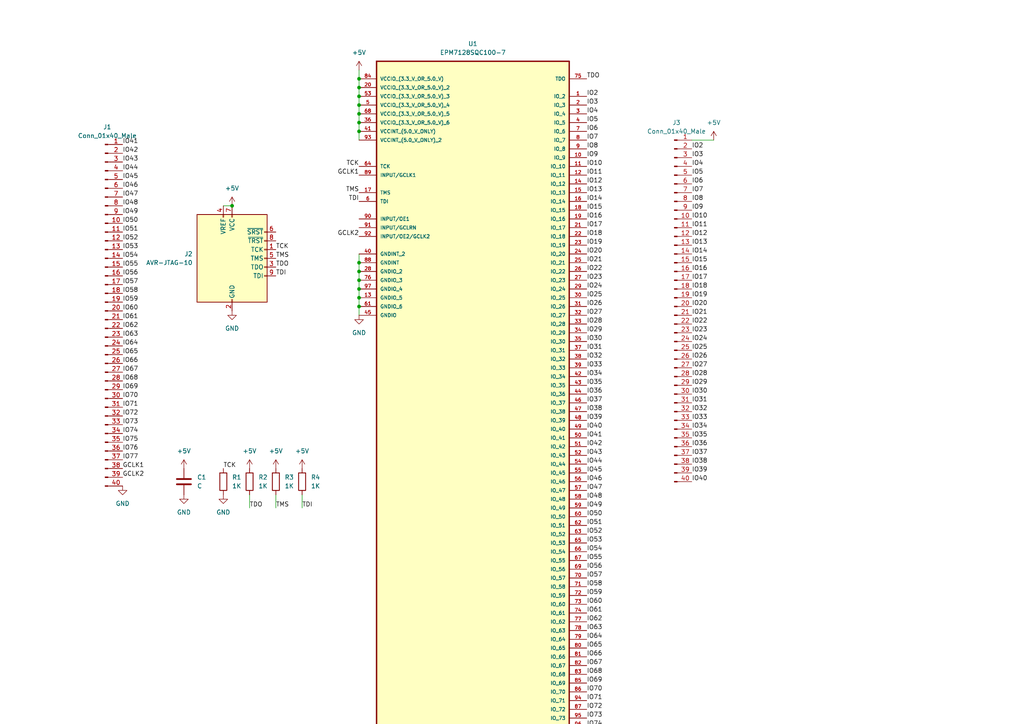
<source format=kicad_sch>
(kicad_sch (version 20211123) (generator eeschema)
  (paper "A4")
  (lib_symbols
    (symbol "Connector:AVR-JTAG-10" (pin_names (offset 1.016))
      (property "Reference" "J" (at -8.89 13.97 0))
      (property "Value" "AVR-JTAG-10" (at 1.27 13.97 0))
      (symbol "AVR-JTAG-10_0_1"
        (rectangle (start -2.667 12.7) (end -2.413 11.938))
        (rectangle (start -0.127 -11.938) (end 0.127 -12.7))
        (rectangle (start -0.127 12.7) (end 0.127 11.938))
        (rectangle (start 10.16 -4.953) (end 9.398 -5.207))
        (rectangle (start 10.16 -2.413) (end 9.398 -2.667))
        (rectangle (start 10.16 0.127) (end 9.398 -0.127))
        (rectangle (start 10.16 2.667) (end 9.398 2.413))
        (rectangle (start 10.16 5.207) (end 9.398 4.953))
        (rectangle (start 10.16 7.747) (end 9.398 7.493))
        (rectangle (start 10.16 12.7) (end -10.16 -12.7) (stroke (width 0.254)) (fill (type background)))
      )
      (symbol "AVR-JTAG-10_1_1"
        (pin passive line (at 12.7 2.54 180) (length 2.54) (name "TCK") (number "1"))
        (pin passive line (at 0 -15.24 90) (length 2.54) hide (name "GND") (number "10"))
        (pin passive line (at 0 -15.24 90) (length 2.54) (name "GND") (number "2"))
        (pin passive line (at 12.7 -2.54 180) (length 2.54) (name "TDO") (number "3"))
        (pin passive line (at -2.54 15.24 270) (length 2.54) (name "VREF") (number "4"))
        (pin passive line (at 12.7 0 180) (length 2.54) (name "TMS") (number "5"))
        (pin passive line (at 12.7 7.62 180) (length 2.54) (name "~{SRST}") (number "6"))
        (pin passive line (at 0 15.24 270) (length 2.54) (name "VCC") (number "7"))
        (pin passive line (at 12.7 5.08 180) (length 2.54) (name "~{TRST}") (number "8"))
        (pin passive line (at 12.7 -5.08 180) (length 2.54) (name "TDI") (number "9"))
      )
    )
    (symbol "Connector:Conn_01x40_Male" (pin_names (offset 1.016) hide)
      (property "Reference" "J" (at 0 50.8 0))
      (property "Value" "Conn_01x40_Male" (at 0 -53.34 0))
      (symbol "Conn_01x40_Male_1_1"
        (polyline (pts (xy 1.27 -50.8) (xy 0.8636 -50.8)) (stroke (width 0.1524)))
        (polyline (pts (xy 1.27 -48.26) (xy 0.8636 -48.26)) (stroke (width 0.1524)))
        (polyline (pts (xy 1.27 -45.72) (xy 0.8636 -45.72)) (stroke (width 0.1524)))
        (polyline (pts (xy 1.27 -43.18) (xy 0.8636 -43.18)) (stroke (width 0.1524)))
        (polyline (pts (xy 1.27 -40.64) (xy 0.8636 -40.64)) (stroke (width 0.1524)))
        (polyline (pts (xy 1.27 -38.1) (xy 0.8636 -38.1)) (stroke (width 0.1524)))
        (polyline (pts (xy 1.27 -35.56) (xy 0.8636 -35.56)) (stroke (width 0.1524)))
        (polyline (pts (xy 1.27 -33.02) (xy 0.8636 -33.02)) (stroke (width 0.1524)))
        (polyline (pts (xy 1.27 -30.48) (xy 0.8636 -30.48)) (stroke (width 0.1524)))
        (polyline (pts (xy 1.27 -27.94) (xy 0.8636 -27.94)) (stroke (width 0.1524)))
        (polyline (pts (xy 1.27 -25.4) (xy 0.8636 -25.4)) (stroke (width 0.1524)))
        (polyline (pts (xy 1.27 -22.86) (xy 0.8636 -22.86)) (stroke (width 0.1524)))
        (polyline (pts (xy 1.27 -20.32) (xy 0.8636 -20.32)) (stroke (width 0.1524)))
        (polyline (pts (xy 1.27 -17.78) (xy 0.8636 -17.78)) (stroke (width 0.1524)))
        (polyline (pts (xy 1.27 -15.24) (xy 0.8636 -15.24)) (stroke (width 0.1524)))
        (polyline (pts (xy 1.27 -12.7) (xy 0.8636 -12.7)) (stroke (width 0.1524)))
        (polyline (pts (xy 1.27 -10.16) (xy 0.8636 -10.16)) (stroke (width 0.1524)))
        (polyline (pts (xy 1.27 -7.62) (xy 0.8636 -7.62)) (stroke (width 0.1524)))
        (polyline (pts (xy 1.27 -5.08) (xy 0.8636 -5.08)) (stroke (width 0.1524)))
        (polyline (pts (xy 1.27 -2.54) (xy 0.8636 -2.54)) (stroke (width 0.1524)))
        (polyline (pts (xy 1.27 0) (xy 0.8636 0)) (stroke (width 0.1524)))
        (polyline (pts (xy 1.27 2.54) (xy 0.8636 2.54)) (stroke (width 0.1524)))
        (polyline (pts (xy 1.27 5.08) (xy 0.8636 5.08)) (stroke (width 0.1524)))
        (polyline (pts (xy 1.27 7.62) (xy 0.8636 7.62)) (stroke (width 0.1524)))
        (polyline (pts (xy 1.27 10.16) (xy 0.8636 10.16)) (stroke (width 0.1524)))
        (polyline (pts (xy 1.27 12.7) (xy 0.8636 12.7)) (stroke (width 0.1524)))
        (polyline (pts (xy 1.27 15.24) (xy 0.8636 15.24)) (stroke (width 0.1524)))
        (polyline (pts (xy 1.27 17.78) (xy 0.8636 17.78)) (stroke (width 0.1524)))
        (polyline (pts (xy 1.27 20.32) (xy 0.8636 20.32)) (stroke (width 0.1524)))
        (polyline (pts (xy 1.27 22.86) (xy 0.8636 22.86)) (stroke (width 0.1524)))
        (polyline (pts (xy 1.27 25.4) (xy 0.8636 25.4)) (stroke (width 0.1524)))
        (polyline (pts (xy 1.27 27.94) (xy 0.8636 27.94)) (stroke (width 0.1524)))
        (polyline (pts (xy 1.27 30.48) (xy 0.8636 30.48)) (stroke (width 0.1524)))
        (polyline (pts (xy 1.27 33.02) (xy 0.8636 33.02)) (stroke (width 0.1524)))
        (polyline (pts (xy 1.27 35.56) (xy 0.8636 35.56)) (stroke (width 0.1524)))
        (polyline (pts (xy 1.27 38.1) (xy 0.8636 38.1)) (stroke (width 0.1524)))
        (polyline (pts (xy 1.27 40.64) (xy 0.8636 40.64)) (stroke (width 0.1524)))
        (polyline (pts (xy 1.27 43.18) (xy 0.8636 43.18)) (stroke (width 0.1524)))
        (polyline (pts (xy 1.27 45.72) (xy 0.8636 45.72)) (stroke (width 0.1524)))
        (polyline (pts (xy 1.27 48.26) (xy 0.8636 48.26)) (stroke (width 0.1524)))
        (rectangle (start 0.8636 -50.673) (end 0 -50.927) (stroke (width 0.1524)) (fill (type outline)))
        (rectangle (start 0.8636 -48.133) (end 0 -48.387) (stroke (width 0.1524)) (fill (type outline)))
        (rectangle (start 0.8636 -45.593) (end 0 -45.847) (stroke (width 0.1524)) (fill (type outline)))
        (rectangle (start 0.8636 -43.053) (end 0 -43.307) (stroke (width 0.1524)) (fill (type outline)))
        (rectangle (start 0.8636 -40.513) (end 0 -40.767) (stroke (width 0.1524)) (fill (type outline)))
        (rectangle (start 0.8636 -37.973) (end 0 -38.227) (stroke (width 0.1524)) (fill (type outline)))
        (rectangle (start 0.8636 -35.433) (end 0 -35.687) (stroke (width 0.1524)) (fill (type outline)))
        (rectangle (start 0.8636 -32.893) (end 0 -33.147) (stroke (width 0.1524)) (fill (type outline)))
        (rectangle (start 0.8636 -30.353) (end 0 -30.607) (stroke (width 0.1524)) (fill (type outline)))
        (rectangle (start 0.8636 -27.813) (end 0 -28.067) (stroke (width 0.1524)) (fill (type outline)))
        (rectangle (start 0.8636 -25.273) (end 0 -25.527) (stroke (width 0.1524)) (fill (type outline)))
        (rectangle (start 0.8636 -22.733) (end 0 -22.987) (stroke (width 0.1524)) (fill (type outline)))
        (rectangle (start 0.8636 -20.193) (end 0 -20.447) (stroke (width 0.1524)) (fill (type outline)))
        (rectangle (start 0.8636 -17.653) (end 0 -17.907) (stroke (width 0.1524)) (fill (type outline)))
        (rectangle (start 0.8636 -15.113) (end 0 -15.367) (stroke (width 0.1524)) (fill (type outline)))
        (rectangle (start 0.8636 -12.573) (end 0 -12.827) (stroke (width 0.1524)) (fill (type outline)))
        (rectangle (start 0.8636 -10.033) (end 0 -10.287) (stroke (width 0.1524)) (fill (type outline)))
        (rectangle (start 0.8636 -7.493) (end 0 -7.747) (stroke (width 0.1524)) (fill (type outline)))
        (rectangle (start 0.8636 -4.953) (end 0 -5.207) (stroke (width 0.1524)) (fill (type outline)))
        (rectangle (start 0.8636 -2.413) (end 0 -2.667) (stroke (width 0.1524)) (fill (type outline)))
        (rectangle (start 0.8636 0.127) (end 0 -0.127) (stroke (width 0.1524)) (fill (type outline)))
        (rectangle (start 0.8636 2.667) (end 0 2.413) (stroke (width 0.1524)) (fill (type outline)))
        (rectangle (start 0.8636 5.207) (end 0 4.953) (stroke (width 0.1524)) (fill (type outline)))
        (rectangle (start 0.8636 7.747) (end 0 7.493) (stroke (width 0.1524)) (fill (type outline)))
        (rectangle (start 0.8636 10.287) (end 0 10.033) (stroke (width 0.1524)) (fill (type outline)))
        (rectangle (start 0.8636 12.827) (end 0 12.573) (stroke (width 0.1524)) (fill (type outline)))
        (rectangle (start 0.8636 15.367) (end 0 15.113) (stroke (width 0.1524)) (fill (type outline)))
        (rectangle (start 0.8636 17.907) (end 0 17.653) (stroke (width 0.1524)) (fill (type outline)))
        (rectangle (start 0.8636 20.447) (end 0 20.193) (stroke (width 0.1524)) (fill (type outline)))
        (rectangle (start 0.8636 22.987) (end 0 22.733) (stroke (width 0.1524)) (fill (type outline)))
        (rectangle (start 0.8636 25.527) (end 0 25.273) (stroke (width 0.1524)) (fill (type outline)))
        (rectangle (start 0.8636 28.067) (end 0 27.813) (stroke (width 0.1524)) (fill (type outline)))
        (rectangle (start 0.8636 30.607) (end 0 30.353) (stroke (width 0.1524)) (fill (type outline)))
        (rectangle (start 0.8636 33.147) (end 0 32.893) (stroke (width 0.1524)) (fill (type outline)))
        (rectangle (start 0.8636 35.687) (end 0 35.433) (stroke (width 0.1524)) (fill (type outline)))
        (rectangle (start 0.8636 38.227) (end 0 37.973) (stroke (width 0.1524)) (fill (type outline)))
        (rectangle (start 0.8636 40.767) (end 0 40.513) (stroke (width 0.1524)) (fill (type outline)))
        (rectangle (start 0.8636 43.307) (end 0 43.053) (stroke (width 0.1524)) (fill (type outline)))
        (rectangle (start 0.8636 45.847) (end 0 45.593) (stroke (width 0.1524)) (fill (type outline)))
        (rectangle (start 0.8636 48.387) (end 0 48.133) (stroke (width 0.1524)) (fill (type outline)))
        (pin passive line (at 5.08 48.26 180) (length 3.81) (name "Pin_1") (number "1"))
        (pin passive line (at 5.08 25.4 180) (length 3.81) (name "Pin_10") (number "10"))
        (pin passive line (at 5.08 22.86 180) (length 3.81) (name "Pin_11") (number "11"))
        (pin passive line (at 5.08 20.32 180) (length 3.81) (name "Pin_12") (number "12"))
        (pin passive line (at 5.08 17.78 180) (length 3.81) (name "Pin_13") (number "13"))
        (pin passive line (at 5.08 15.24 180) (length 3.81) (name "Pin_14") (number "14"))
        (pin passive line (at 5.08 12.7 180) (length 3.81) (name "Pin_15") (number "15"))
        (pin passive line (at 5.08 10.16 180) (length 3.81) (name "Pin_16") (number "16"))
        (pin passive line (at 5.08 7.62 180) (length 3.81) (name "Pin_17") (number "17"))
        (pin passive line (at 5.08 5.08 180) (length 3.81) (name "Pin_18") (number "18"))
        (pin passive line (at 5.08 2.54 180) (length 3.81) (name "Pin_19") (number "19"))
        (pin passive line (at 5.08 45.72 180) (length 3.81) (name "Pin_2") (number "2"))
        (pin passive line (at 5.08 0 180) (length 3.81) (name "Pin_20") (number "20"))
        (pin passive line (at 5.08 -2.54 180) (length 3.81) (name "Pin_21") (number "21"))
        (pin passive line (at 5.08 -5.08 180) (length 3.81) (name "Pin_22") (number "22"))
        (pin passive line (at 5.08 -7.62 180) (length 3.81) (name "Pin_23") (number "23"))
        (pin passive line (at 5.08 -10.16 180) (length 3.81) (name "Pin_24") (number "24"))
        (pin passive line (at 5.08 -12.7 180) (length 3.81) (name "Pin_25") (number "25"))
        (pin passive line (at 5.08 -15.24 180) (length 3.81) (name "Pin_26") (number "26"))
        (pin passive line (at 5.08 -17.78 180) (length 3.81) (name "Pin_27") (number "27"))
        (pin passive line (at 5.08 -20.32 180) (length 3.81) (name "Pin_28") (number "28"))
        (pin passive line (at 5.08 -22.86 180) (length 3.81) (name "Pin_29") (number "29"))
        (pin passive line (at 5.08 43.18 180) (length 3.81) (name "Pin_3") (number "3"))
        (pin passive line (at 5.08 -25.4 180) (length 3.81) (name "Pin_30") (number "30"))
        (pin passive line (at 5.08 -27.94 180) (length 3.81) (name "Pin_31") (number "31"))
        (pin passive line (at 5.08 -30.48 180) (length 3.81) (name "Pin_32") (number "32"))
        (pin passive line (at 5.08 -33.02 180) (length 3.81) (name "Pin_33") (number "33"))
        (pin passive line (at 5.08 -35.56 180) (length 3.81) (name "Pin_34") (number "34"))
        (pin passive line (at 5.08 -38.1 180) (length 3.81) (name "Pin_35") (number "35"))
        (pin passive line (at 5.08 -40.64 180) (length 3.81) (name "Pin_36") (number "36"))
        (pin passive line (at 5.08 -43.18 180) (length 3.81) (name "Pin_37") (number "37"))
        (pin passive line (at 5.08 -45.72 180) (length 3.81) (name "Pin_38") (number "38"))
        (pin passive line (at 5.08 -48.26 180) (length 3.81) (name "Pin_39") (number "39"))
        (pin passive line (at 5.08 40.64 180) (length 3.81) (name "Pin_4") (number "4"))
        (pin passive line (at 5.08 -50.8 180) (length 3.81) (name "Pin_40") (number "40"))
        (pin passive line (at 5.08 38.1 180) (length 3.81) (name "Pin_5") (number "5"))
        (pin passive line (at 5.08 35.56 180) (length 3.81) (name "Pin_6") (number "6"))
        (pin passive line (at 5.08 33.02 180) (length 3.81) (name "Pin_7") (number "7"))
        (pin passive line (at 5.08 30.48 180) (length 3.81) (name "Pin_8") (number "8"))
        (pin passive line (at 5.08 27.94 180) (length 3.81) (name "Pin_9") (number "9"))
      )
    )
    (symbol "Device:C" (pin_numbers hide) (pin_names (offset 0.254))
      (property "Reference" "C" (at 0.635 2.54 0))
      (property "Value" "C" (at 0.635 -2.54 0))
      (symbol "C_0_1"
        (polyline (pts (xy -2.032 -0.762) (xy 2.032 -0.762)) (stroke (width 0.508)))
        (polyline (pts (xy -2.032 0.762) (xy 2.032 0.762)) (stroke (width 0.508)))
      )
      (symbol "C_1_1"
        (pin passive line (at 0 3.81 270) (length 2.794) (name "~") (number "1"))
        (pin passive line (at 0 -3.81 90) (length 2.794) (name "~") (number "2"))
      )
    )
    (symbol "Device:R" (pin_numbers hide) (pin_names (offset 0))
      (property "Reference" "R" (at 2.032 0 90))
      (property "Value" "R" (at 0 0 90))
      (symbol "R_0_1"
        (rectangle (start -1.016 -2.54) (end 1.016 2.54) (stroke (width 0.254)))
      )
      (symbol "R_1_1"
        (pin passive line (at 0 3.81 270) (length 1.27) (name "~") (number "1"))
        (pin passive line (at 0 -3.81 90) (length 1.27) (name "~") (number "2"))
      )
    )
    (symbol "EPM7128SQC100:EPM7128SQC100-7" (pin_names (offset 1.016))
      (property "Reference" "U" (at -7.5184 102.1842 0))
      (property "Value" "EPM7128SQC100-7" (at -7.3406 -111.5822 0))
      (symbol "EPM7128SQC100-7_0_0"
        (rectangle (start -27.94 -106.68) (end 27.94 99.06) (stroke (width 0.4064)) (fill (type background)))
        (pin bidirectional line (at 33.02 88.9 180) (length 5.08) (name "IO_2") (number "1"))
        (pin bidirectional line (at 33.02 71.12 180) (length 5.08) (name "IO_9") (number "10"))
        (pin bidirectional line (at 33.02 -101.6 180) (length 5.08) (name "IO") (number "100"))
        (pin bidirectional line (at 33.02 68.58 180) (length 5.08) (name "IO_10") (number "11"))
        (pin bidirectional line (at 33.02 66.04 180) (length 5.08) (name "IO_11") (number "12"))
        (pin passive line (at -33.02 30.48 0) (length 5.08) (name "GNDIO_5") (number "13"))
        (pin bidirectional line (at 33.02 63.5 180) (length 5.08) (name "IO_12") (number "14"))
        (pin bidirectional line (at 33.02 60.96 180) (length 5.08) (name "IO_13") (number "15"))
        (pin bidirectional line (at 33.02 58.42 180) (length 5.08) (name "IO_14") (number "16"))
        (pin input line (at -33.02 60.96 0) (length 5.08) (name "TMS") (number "17"))
        (pin bidirectional line (at 33.02 55.88 180) (length 5.08) (name "IO_15") (number "18"))
        (pin bidirectional line (at 33.02 53.34 180) (length 5.08) (name "IO_16") (number "19"))
        (pin bidirectional line (at 33.02 86.36 180) (length 5.08) (name "IO_3") (number "2"))
        (pin power_in line (at -33.02 91.44 0) (length 5.08) (name "VCCIO_(3.3_V_OR_5.0_V)_2") (number "20"))
        (pin bidirectional line (at 33.02 50.8 180) (length 5.08) (name "IO_17") (number "21"))
        (pin bidirectional line (at 33.02 48.26 180) (length 5.08) (name "IO_18") (number "22"))
        (pin bidirectional line (at 33.02 45.72 180) (length 5.08) (name "IO_19") (number "23"))
        (pin bidirectional line (at 33.02 43.18 180) (length 5.08) (name "IO_20") (number "24"))
        (pin bidirectional line (at 33.02 40.64 180) (length 5.08) (name "IO_21") (number "25"))
        (pin bidirectional line (at 33.02 38.1 180) (length 5.08) (name "IO_22") (number "26"))
        (pin bidirectional line (at 33.02 35.56 180) (length 5.08) (name "IO_23") (number "27"))
        (pin passive line (at -33.02 38.1 0) (length 5.08) (name "GNDIO_2") (number "28"))
        (pin bidirectional line (at 33.02 33.02 180) (length 5.08) (name "IO_24") (number "29"))
        (pin bidirectional line (at 33.02 83.82 180) (length 5.08) (name "IO_4") (number "3"))
        (pin bidirectional line (at 33.02 30.48 180) (length 5.08) (name "IO_25") (number "30"))
        (pin bidirectional line (at 33.02 27.94 180) (length 5.08) (name "IO_26") (number "31"))
        (pin bidirectional line (at 33.02 25.4 180) (length 5.08) (name "IO_27") (number "32"))
        (pin bidirectional line (at 33.02 22.86 180) (length 5.08) (name "IO_28") (number "33"))
        (pin bidirectional line (at 33.02 20.32 180) (length 5.08) (name "IO_29") (number "34"))
        (pin bidirectional line (at 33.02 17.78 180) (length 5.08) (name "IO_30") (number "35"))
        (pin power_in line (at -33.02 81.28 0) (length 5.08) (name "VCCIO_(3.3_V_OR_5.0_V)_6") (number "36"))
        (pin bidirectional line (at 33.02 15.24 180) (length 5.08) (name "IO_31") (number "37"))
        (pin bidirectional line (at 33.02 12.7 180) (length 5.08) (name "IO_32") (number "38"))
        (pin bidirectional line (at 33.02 10.16 180) (length 5.08) (name "IO_33") (number "39"))
        (pin bidirectional line (at 33.02 81.28 180) (length 5.08) (name "IO_5") (number "4"))
        (pin passive line (at -33.02 43.18 0) (length 5.08) (name "GNDINT_2") (number "40"))
        (pin power_in line (at -33.02 78.74 0) (length 5.08) (name "VCCINT_(5.0_V_ONLY)") (number "41"))
        (pin bidirectional line (at 33.02 7.62 180) (length 5.08) (name "IO_34") (number "42"))
        (pin bidirectional line (at 33.02 5.08 180) (length 5.08) (name "IO_35") (number "43"))
        (pin bidirectional line (at 33.02 2.54 180) (length 5.08) (name "IO_36") (number "44"))
        (pin passive line (at -33.02 25.4 0) (length 5.08) (name "GNDIO") (number "45"))
        (pin bidirectional line (at 33.02 0 180) (length 5.08) (name "IO_37") (number "46"))
        (pin bidirectional line (at 33.02 -2.54 180) (length 5.08) (name "IO_38") (number "47"))
        (pin bidirectional line (at 33.02 -5.08 180) (length 5.08) (name "IO_39") (number "48"))
        (pin bidirectional line (at 33.02 -7.62 180) (length 5.08) (name "IO_40") (number "49"))
        (pin power_in line (at -33.02 86.36 0) (length 5.08) (name "VCCIO_(3.3_V_OR_5.0_V)_4") (number "5"))
        (pin bidirectional line (at 33.02 -10.16 180) (length 5.08) (name "IO_41") (number "50"))
        (pin bidirectional line (at 33.02 -12.7 180) (length 5.08) (name "IO_42") (number "51"))
        (pin bidirectional line (at 33.02 -15.24 180) (length 5.08) (name "IO_43") (number "52"))
        (pin power_in line (at -33.02 88.9 0) (length 5.08) (name "VCCIO_(3.3_V_OR_5.0_V)_3") (number "53"))
        (pin bidirectional line (at 33.02 -17.78 180) (length 5.08) (name "IO_44") (number "54"))
        (pin bidirectional line (at 33.02 -20.32 180) (length 5.08) (name "IO_45") (number "55"))
        (pin bidirectional line (at 33.02 -22.86 180) (length 5.08) (name "IO_46") (number "56"))
        (pin bidirectional line (at 33.02 -25.4 180) (length 5.08) (name "IO_47") (number "57"))
        (pin bidirectional line (at 33.02 -27.94 180) (length 5.08) (name "IO_48") (number "58"))
        (pin bidirectional line (at 33.02 -30.48 180) (length 5.08) (name "IO_49") (number "59"))
        (pin input line (at -33.02 58.42 0) (length 5.08) (name "TDI") (number "6"))
        (pin bidirectional line (at 33.02 -33.02 180) (length 5.08) (name "IO_50") (number "60"))
        (pin passive line (at -33.02 27.94 0) (length 5.08) (name "GNDIO_6") (number "61"))
        (pin bidirectional line (at 33.02 -35.56 180) (length 5.08) (name "IO_51") (number "62"))
        (pin bidirectional line (at 33.02 -38.1 180) (length 5.08) (name "IO_52") (number "63"))
        (pin input line (at -33.02 68.58 0) (length 5.08) (name "TCK") (number "64"))
        (pin bidirectional line (at 33.02 -40.64 180) (length 5.08) (name "IO_53") (number "65"))
        (pin bidirectional line (at 33.02 -43.18 180) (length 5.08) (name "IO_54") (number "66"))
        (pin bidirectional line (at 33.02 -45.72 180) (length 5.08) (name "IO_55") (number "67"))
        (pin power_in line (at -33.02 83.82 0) (length 5.08) (name "VCCIO_(3.3_V_OR_5.0_V)_5") (number "68"))
        (pin bidirectional line (at 33.02 -48.26 180) (length 5.08) (name "IO_56") (number "69"))
        (pin bidirectional line (at 33.02 78.74 180) (length 5.08) (name "IO_6") (number "7"))
        (pin bidirectional line (at 33.02 -50.8 180) (length 5.08) (name "IO_57") (number "70"))
        (pin bidirectional line (at 33.02 -53.34 180) (length 5.08) (name "IO_58") (number "71"))
        (pin bidirectional line (at 33.02 -55.88 180) (length 5.08) (name "IO_59") (number "72"))
        (pin bidirectional line (at 33.02 -58.42 180) (length 5.08) (name "IO_60") (number "73"))
        (pin bidirectional line (at 33.02 -60.96 180) (length 5.08) (name "IO_61") (number "74"))
        (pin output line (at 33.02 93.98 180) (length 5.08) (name "TDO") (number "75"))
        (pin passive line (at -33.02 35.56 0) (length 5.08) (name "GNDIO_3") (number "76"))
        (pin bidirectional line (at 33.02 -63.5 180) (length 5.08) (name "IO_62") (number "77"))
        (pin bidirectional line (at 33.02 -66.04 180) (length 5.08) (name "IO_63") (number "78"))
        (pin bidirectional line (at 33.02 -68.58 180) (length 5.08) (name "IO_64") (number "79"))
        (pin bidirectional line (at 33.02 76.2 180) (length 5.08) (name "IO_7") (number "8"))
        (pin bidirectional line (at 33.02 -71.12 180) (length 5.08) (name "IO_65") (number "80"))
        (pin bidirectional line (at 33.02 -73.66 180) (length 5.08) (name "IO_66") (number "81"))
        (pin bidirectional line (at 33.02 -76.2 180) (length 5.08) (name "IO_67") (number "82"))
        (pin bidirectional line (at 33.02 -78.74 180) (length 5.08) (name "IO_68") (number "83"))
        (pin power_in line (at -33.02 93.98 0) (length 5.08) (name "VCCIO_(3.3_V_OR_5.0_V)") (number "84"))
        (pin bidirectional line (at 33.02 -81.28 180) (length 5.08) (name "IO_69") (number "85"))
        (pin bidirectional line (at 33.02 -83.82 180) (length 5.08) (name "IO_70") (number "86"))
        (pin bidirectional line (at 33.02 -88.9 180) (length 5.08) (name "IO_72") (number "87"))
        (pin passive line (at -33.02 40.64 0) (length 5.08) (name "GNDINT") (number "88"))
        (pin input line (at -33.02 66.04 0) (length 5.08) (name "INPUT/GCLK1") (number "89"))
        (pin bidirectional line (at 33.02 73.66 180) (length 5.08) (name "IO_8") (number "9"))
        (pin input line (at -33.02 53.34 0) (length 5.08) (name "INPUT/OE1") (number "90"))
        (pin input line (at -33.02 50.8 0) (length 5.08) (name "INPUT/GCLRN") (number "91"))
        (pin input line (at -33.02 48.26 0) (length 5.08) (name "INPUT/OE2/GCLK2") (number "92"))
        (pin power_in line (at -33.02 76.2 0) (length 5.08) (name "VCCINT_(5.0_V_ONLY)_2") (number "93"))
        (pin bidirectional line (at 33.02 -86.36 180) (length 5.08) (name "IO_71") (number "94"))
        (pin bidirectional line (at 33.02 -91.44 180) (length 5.08) (name "IO_73") (number "95"))
        (pin bidirectional line (at 33.02 -93.98 180) (length 5.08) (name "IO_74") (number "96"))
        (pin passive line (at -33.02 33.02 0) (length 5.08) (name "GNDIO_4") (number "97"))
        (pin bidirectional line (at 33.02 -96.52 180) (length 5.08) (name "IO_75") (number "98"))
        (pin bidirectional line (at 33.02 -99.06 180) (length 5.08) (name "IO_76") (number "99"))
      )
    )
    (symbol "power:+5V" (power) (pin_names (offset 0))
      (property "Value" "+5V" (at 0 3.556 0))
      (symbol "+5V_0_1"
        (polyline (pts (xy -0.762 1.27) (xy 0 2.54)))
        (polyline (pts (xy 0 0) (xy 0 2.54)))
        (polyline (pts (xy 0 2.54) (xy 0.762 1.27)))
      )
      (symbol "+5V_1_1"
        (pin power_in line (at 0 0 90) (length 0) hide (name "+5V") (number "1"))
      )
    )
    (symbol "power:GND" (power) (pin_names (offset 0))
      (property "Value" "GND" (at 0 -3.81 0))
      (symbol "GND_0_1"
        (polyline (pts (xy 0 0) (xy 0 -1.27) (xy 1.27 -1.27) (xy 0 -2.54) (xy -1.27 -1.27) (xy 0 -1.27)))
      )
      (symbol "GND_1_1"
        (pin power_in line (at 0 0 270) (length 0) hide (name "GND") (number "1"))
      )
    )
  )
  (junction (at 104.14 81.28))
  (junction (at 104.14 30.48))
  (junction (at 104.14 27.94))
  (junction (at 104.14 35.56))
  (junction (at 104.14 38.1))
  (junction (at 104.14 22.86))
  (junction (at 104.14 76.2))
  (junction (at 104.14 86.36))
  (junction (at 104.14 33.02))
  (junction (at 104.14 83.82))
  (junction (at 67.31 59.69))
  (junction (at 104.14 78.74))
  (junction (at 104.14 25.4))
  (junction (at 104.14 88.9))
  (wire (pts (xy 104.14 33.02) (xy 104.14 35.56)))
  (wire (pts (xy 104.14 73.66) (xy 104.14 76.2)))
  (wire (pts (xy 104.14 83.82) (xy 104.14 86.36)))
  (wire (pts (xy 104.14 81.28) (xy 104.14 83.82)))
  (wire (pts (xy 104.14 30.48) (xy 104.14 33.02)))
  (wire (pts (xy 104.14 22.86) (xy 104.14 25.4)))
  (wire (pts (xy 72.39 143.51) (xy 72.39 147.32)))
  (wire (pts (xy 104.14 76.2) (xy 104.14 78.74)))
  (wire (pts (xy 80.01 143.51) (xy 80.01 147.32)))
  (wire (pts (xy 104.14 86.36) (xy 104.14 88.9)))
  (wire (pts (xy 104.14 27.94) (xy 104.14 30.48)))
  (wire (pts (xy 104.14 88.9) (xy 104.14 91.44)))
  (wire (pts (xy 104.14 38.1) (xy 104.14 40.64)))
  (wire (pts (xy 104.14 20.32) (xy 104.14 22.86)))
  (wire (pts (xy 200.66 40.64) (xy 207.01 40.64)))
  (wire (pts (xy 104.14 78.74) (xy 104.14 81.28)))
  (wire (pts (xy 64.77 59.69) (xy 67.31 59.69)))
  (wire (pts (xy 87.63 143.51) (xy 87.63 147.32)))
  (wire (pts (xy 104.14 25.4) (xy 104.14 27.94)))
  (wire (pts (xy 104.14 35.56) (xy 104.14 38.1)))
  (label "IO32" (at 200.66 119.38 0))
  (label "IO9" (at 170.18 45.72 0))
  (label "IO47" (at 35.56 57.15 0))
  (label "IO33" (at 170.18 106.68 0))
  (label "IO22" (at 170.18 78.74 0))
  (label "IO9" (at 200.66 60.96 0))
  (label "IO77" (at 35.56 133.35 0))
  (label "IO30" (at 170.18 99.06 0))
  (label "IO64" (at 35.56 100.33 0))
  (label "IO42" (at 35.56 44.45 0))
  (label "IO36" (at 170.18 114.3 0))
  (label "IO35" (at 200.66 127 0))
  (label "IO38" (at 170.18 119.38 0))
  (label "IO16" (at 200.66 78.74 0))
  (label "IO21" (at 170.18 76.2 0))
  (label "IO76" (at 35.56 130.81 0))
  (label "IO57" (at 35.56 82.55 0))
  (label "IO50" (at 170.18 149.86 0))
  (label "IO25" (at 170.18 86.36 0))
  (label "IO47" (at 170.18 142.24 0))
  (label "IO64" (at 170.18 185.42 0))
  (label "IO16" (at 170.18 63.5 0))
  (label "IO26" (at 170.18 88.9 0))
  (label "IO18" (at 170.18 68.58 0))
  (label "IO59" (at 35.56 87.63 0))
  (label "GCLK2" (at 35.56 138.43 0))
  (label "IO65" (at 170.18 187.96 0))
  (label "IO40" (at 170.18 124.46 0))
  (label "IO24" (at 200.66 99.06 0))
  (label "IO46" (at 35.56 54.61 0))
  (label "TDO" (at 170.18 22.86 0))
  (label "GCLK1" (at 35.56 135.89 0))
  (label "TDI" (at 80.01 80.01 0))
  (label "IO61" (at 35.56 92.71 0))
  (label "IO3" (at 170.18 30.48 0))
  (label "IO37" (at 200.66 132.08 0))
  (label "IO19" (at 170.18 71.12 0))
  (label "IO11" (at 200.66 66.04 0))
  (label "IO59" (at 170.18 172.72 0))
  (label "IO15" (at 200.66 76.2 0))
  (label "IO67" (at 170.18 193.04 0))
  (label "IO32" (at 170.18 104.14 0))
  (label "IO77" (at 170.18 218.44 0))
  (label "IO41" (at 170.18 127 0))
  (label "IO40" (at 200.66 139.7 0))
  (label "IO28" (at 170.18 93.98 0))
  (label "IO33" (at 200.66 121.92 0))
  (label "IO54" (at 35.56 74.93 0))
  (label "IO76" (at 170.18 215.9 0))
  (label "IO43" (at 35.56 46.99 0))
  (label "IO62" (at 35.56 95.25 0))
  (label "TMS" (at 80.01 147.32 0))
  (label "IO29" (at 170.18 96.52 0))
  (label "IO58" (at 35.56 85.09 0))
  (label "IO52" (at 170.18 154.94 0))
  (label "IO45" (at 35.56 52.07 0))
  (label "IO69" (at 35.56 113.03 0))
  (label "IO4" (at 200.66 48.26 0))
  (label "IO3" (at 200.66 45.72 0))
  (label "TCK" (at 64.77 135.89 0))
  (label "IO71" (at 170.18 203.2 0))
  (label "IO5" (at 170.18 35.56 0))
  (label "IO74" (at 170.18 210.82 0))
  (label "IO60" (at 170.18 175.26 0))
  (label "IO10" (at 200.66 63.5 0))
  (label "IO62" (at 170.18 180.34 0))
  (label "IO31" (at 200.66 116.84 0))
  (label "IO71" (at 35.56 118.11 0))
  (label "IO22" (at 200.66 93.98 0))
  (label "IO69" (at 170.18 198.12 0))
  (label "IO58" (at 170.18 170.18 0))
  (label "IO63" (at 35.56 97.79 0))
  (label "IO39" (at 200.66 137.16 0))
  (label "TCK" (at 80.01 72.39 0))
  (label "IO30" (at 200.66 114.3 0))
  (label "IO2" (at 200.66 43.18 0))
  (label "IO17" (at 170.18 66.04 0))
  (label "IO60" (at 35.56 90.17 0))
  (label "IO45" (at 170.18 137.16 0))
  (label "IO8" (at 170.18 43.18 0))
  (label "IO37" (at 170.18 116.84 0))
  (label "IO49" (at 35.56 62.23 0))
  (label "IO70" (at 170.18 200.66 0))
  (label "IO34" (at 170.18 109.22 0))
  (label "IO68" (at 35.56 110.49 0))
  (label "IO66" (at 35.56 105.41 0))
  (label "IO26" (at 200.66 104.14 0))
  (label "IO54" (at 170.18 160.02 0))
  (label "IO15" (at 170.18 60.96 0))
  (label "TDO" (at 72.39 147.32 0))
  (label "IO43" (at 170.18 132.08 0))
  (label "IO75" (at 170.18 213.36 0))
  (label "IO73" (at 35.56 123.19 0))
  (label "IO29" (at 200.66 111.76 0))
  (label "IO63" (at 170.18 182.88 0))
  (label "IO70" (at 35.56 115.57 0))
  (label "IO39" (at 170.18 121.92 0))
  (label "IO72" (at 35.56 120.65 0))
  (label "IO41" (at 35.56 41.91 0))
  (label "IO56" (at 170.18 165.1 0))
  (label "TDI" (at 104.14 58.42 180))
  (label "IO36" (at 200.66 129.54 0))
  (label "IO17" (at 200.66 81.28 0))
  (label "IO67" (at 35.56 107.95 0))
  (label "IO21" (at 200.66 91.44 0))
  (label "IO56" (at 35.56 80.01 0))
  (label "IO53" (at 170.18 157.48 0))
  (label "IO13" (at 170.18 55.88 0))
  (label "TMS" (at 104.14 55.88 180))
  (label "IO12" (at 200.66 68.58 0))
  (label "IO25" (at 200.66 101.6 0))
  (label "TDI" (at 87.63 147.32 0))
  (label "IO4" (at 170.18 33.02 0))
  (label "IO14" (at 170.18 58.42 0))
  (label "IO50" (at 35.56 64.77 0))
  (label "IO42" (at 170.18 129.54 0))
  (label "IO8" (at 200.66 58.42 0))
  (label "IO6" (at 200.66 53.34 0))
  (label "IO6" (at 170.18 38.1 0))
  (label "IO68" (at 170.18 195.58 0))
  (label "IO20" (at 200.66 88.9 0))
  (label "IO27" (at 170.18 91.44 0))
  (label "IO75" (at 35.56 128.27 0))
  (label "IO55" (at 35.56 77.47 0))
  (label "IO53" (at 35.56 72.39 0))
  (label "IO52" (at 35.56 69.85 0))
  (label "IO48" (at 170.18 144.78 0))
  (label "IO7" (at 170.18 40.64 0))
  (label "GCLK1" (at 104.14 50.8 180))
  (label "IO72" (at 170.18 205.74 0))
  (label "IO73" (at 170.18 208.28 0))
  (label "IO23" (at 200.66 96.52 0))
  (label "IO44" (at 35.56 49.53 0))
  (label "IO7" (at 200.66 55.88 0))
  (label "IO74" (at 35.56 125.73 0))
  (label "IO48" (at 35.56 59.69 0))
  (label "IO51" (at 170.18 152.4 0))
  (label "IO20" (at 170.18 73.66 0))
  (label "IO23" (at 170.18 81.28 0))
  (label "TMS" (at 80.01 74.93 0))
  (label "IO14" (at 200.66 73.66 0))
  (label "IO35" (at 170.18 111.76 0))
  (label "IO24" (at 170.18 83.82 0))
  (label "IO31" (at 170.18 101.6 0))
  (label "IO66" (at 170.18 190.5 0))
  (label "IO2" (at 170.18 27.94 0))
  (label "IO5" (at 200.66 50.8 0))
  (label "IO10" (at 170.18 48.26 0))
  (label "IO11" (at 170.18 50.8 0))
  (label "IO65" (at 35.56 102.87 0))
  (label "TCK" (at 104.14 48.26 180))
  (label "IO49" (at 170.18 147.32 0))
  (label "IO57" (at 170.18 167.64 0))
  (label "IO18" (at 200.66 83.82 0))
  (label "GCLK2" (at 104.14 68.58 180))
  (label "IO27" (at 200.66 106.68 0))
  (label "IO44" (at 170.18 134.62 0))
  (label "IO12" (at 170.18 53.34 0))
  (label "IO46" (at 170.18 139.7 0))
  (label "IO28" (at 200.66 109.22 0))
  (label "IO38" (at 200.66 134.62 0))
  (label "IO34" (at 200.66 124.46 0))
  (label "IO51" (at 35.56 67.31 0))
  (label "IO19" (at 200.66 86.36 0))
  (label "IO13" (at 200.66 71.12 0))
  (label "TDO" (at 80.01 77.47 0))
  (label "IO61" (at 170.18 177.8 0))
  (label "IO55" (at 170.18 162.56 0))
  (symbol (lib_id "power:+5V") (at 80.01 135.89 0) (unit 1)
    (property "Reference" "#PWR0110" (effects hide))
    (property "Value" "+5V" (at 80.01 130.81 0))
  )
  (symbol (lib_id "Device:R") (at 80.01 139.7 0) (unit 1)
    (property "Reference" "R3" (at 82.55 138.4299 0) (effects (justify left)))
    (property "Value" "1K" (at 82.55 140.9699 0) (effects (justify left)))
    (property "Footprint" "Resistor_SMD:R_0805_2012Metric_Pad1.20x1.40mm_HandSolder" (effects hide))
  )
  (symbol (lib_id "Device:C") (at 53.34 139.7 0) (unit 1)
    (property "Reference" "C1" (at 57.15 138.4299 0) (effects (justify left)))
    (property "Value" "C" (at 57.15 140.9699 0) (effects (justify left)))
    (property "Footprint" "Capacitor_SMD:C_0805_2012Metric_Pad1.18x1.45mm_HandSolder" (effects hide))
  )
  (symbol (lib_id "power:+5V") (at 72.39 135.89 0) (unit 1)
    (property "Reference" "#PWR0109" (effects hide))
    (property "Value" "+5V" (at 72.39 130.81 0))
  )
  (symbol (lib_id "Connector:Conn_01x40_Male") (at 195.58 88.9 0) (unit 1)
    (property "Reference" "J3" (at 196.215 35.56 0))
    (property "Value" "Conn_01x40_Male" (at 196.215 38.1 0))
    (property "Footprint" "Connector_PinHeader_2.54mm:PinHeader_1x40_P2.54mm_Vertical" (effects hide))
  )
  (symbol (lib_id "power:+5V") (at 67.31 59.69 0) (unit 1)
    (property "Reference" "#PWR0104" (effects hide))
    (property "Value" "+5V" (at 67.31 54.61 0))
  )
  (symbol (lib_id "power:GND") (at 104.14 91.44 0) (unit 1)
    (property "Reference" "#PWR0102" (effects hide))
    (property "Value" "GND" (at 104.14 96.52 0))
  )
  (symbol (lib_id "Device:R") (at 64.77 139.7 0) (unit 1)
    (property "Reference" "R1" (at 67.31 138.4299 0) (effects (justify left)))
    (property "Value" "1K" (at 67.31 140.9699 0) (effects (justify left)))
    (property "Footprint" "Resistor_SMD:R_0805_2012Metric_Pad1.20x1.40mm_HandSolder" (effects hide))
  )
  (symbol (lib_id "power:GND") (at 35.56 140.97 0) (unit 1)
    (property "Reference" "#PWR0103" (effects hide))
    (property "Value" "GND" (at 35.56 146.05 0))
  )
  (symbol (lib_id "power:GND") (at 64.77 143.51 0) (unit 1)
    (property "Reference" "#PWR0111" (effects hide))
    (property "Value" "GND" (at 64.77 148.59 0))
  )
  (symbol (lib_id "power:+5V") (at 53.34 135.89 0) (unit 1)
    (property "Reference" "#PWR0106" (effects hide))
    (property "Value" "+5V" (at 53.34 130.81 0))
  )
  (symbol (lib_id "power:+5V") (at 207.01 40.64 0) (unit 1)
    (property "Reference" "#PWR0108" (effects hide))
    (property "Value" "+5V" (at 207.01 35.56 0))
  )
  (symbol (lib_id "Device:R") (at 87.63 139.7 0) (unit 1)
    (property "Reference" "R4" (at 90.17 138.4299 0) (effects (justify left)))
    (property "Value" "1K" (at 90.17 140.9699 0) (effects (justify left)))
    (property "Footprint" "Resistor_SMD:R_0805_2012Metric_Pad1.20x1.40mm_HandSolder" (effects hide))
  )
  (symbol (lib_id "Device:R") (at 72.39 139.7 0) (unit 1)
    (property "Reference" "R2" (at 74.93 138.4299 0) (effects (justify left)))
    (property "Value" "1K" (at 74.93 140.9699 0) (effects (justify left)))
    (property "Footprint" "Resistor_SMD:R_0805_2012Metric_Pad1.20x1.40mm_HandSolder" (effects hide))
  )
  (symbol (lib_id "power:GND") (at 67.31 90.17 0) (unit 1)
    (property "Reference" "#PWR0105" (effects hide))
    (property "Value" "GND" (at 67.31 95.25 0))
  )
  (symbol (lib_id "power:+5V") (at 87.63 135.89 0) (unit 1)
    (property "Reference" "#PWR0112" (effects hide))
    (property "Value" "+5V" (at 87.63 130.81 0))
  )
  (symbol (lib_id "power:GND") (at 53.34 143.51 0) (unit 1)
    (property "Reference" "#PWR0107" (effects hide))
    (property "Value" "GND" (at 53.34 148.59 0))
  )
  (symbol (lib_id "power:+5V") (at 104.14 20.32 0) (unit 1)
    (property "Reference" "#PWR0101" (effects hide))
    (property "Value" "+5V" (at 104.14 15.24 0))
  )
  (symbol (lib_id "EPM7128SQC100:EPM7128SQC100-7") (at 137.16 116.84 0) (unit 1)
    (property "Reference" "U1" (at 137.16 12.7 0))
    (property "Value" "EPM7128SQC100-7" (at 137.16 15.24 0))
    (property "Footprint" "QFP65P1720X2320X340-100N:QFP65P1720X2320X340-100N" (effects hide))
    (property "PACKAGE" "PQFP-100" (effects hide))
    (property "OC_NEWARK" "51R9749" (effects hide))
    (property "OC_FARNELL" "-" (effects hide))
    (property "MPN" "EPM7128SQC100-7" (effects hide))
    (property "SUPPLIER" "Altera" (effects hide))
  )
  (symbol (lib_id "Connector:AVR-JTAG-10") (at 67.31 74.93 0) (unit 1)
    (property "Reference" "J2" (at 55.88 73.6599 0) (effects (justify right)))
    (property "Value" "AVR-JTAG-10" (at 55.88 76.1999 0) (effects (justify right)))
    (property "Footprint" "Connector_PinHeader_2.54mm:PinHeader_2x05_P2.54mm_Vertical" (effects hide))
    (property "Datasheet" " ~" (effects hide))
  )
  (symbol (lib_id "Connector:Conn_01x40_Male") (at 30.48 90.17 0) (unit 1)
    (property "Reference" "J1" (at 31.115 36.83 0))
    (property "Value" "Conn_01x40_Male" (at 31.115 39.37 0))
    (property "Footprint" "Connector_PinHeader_2.54mm:PinHeader_1x40_P2.54mm_Vertical" (effects hide))
  )
)
</source>
